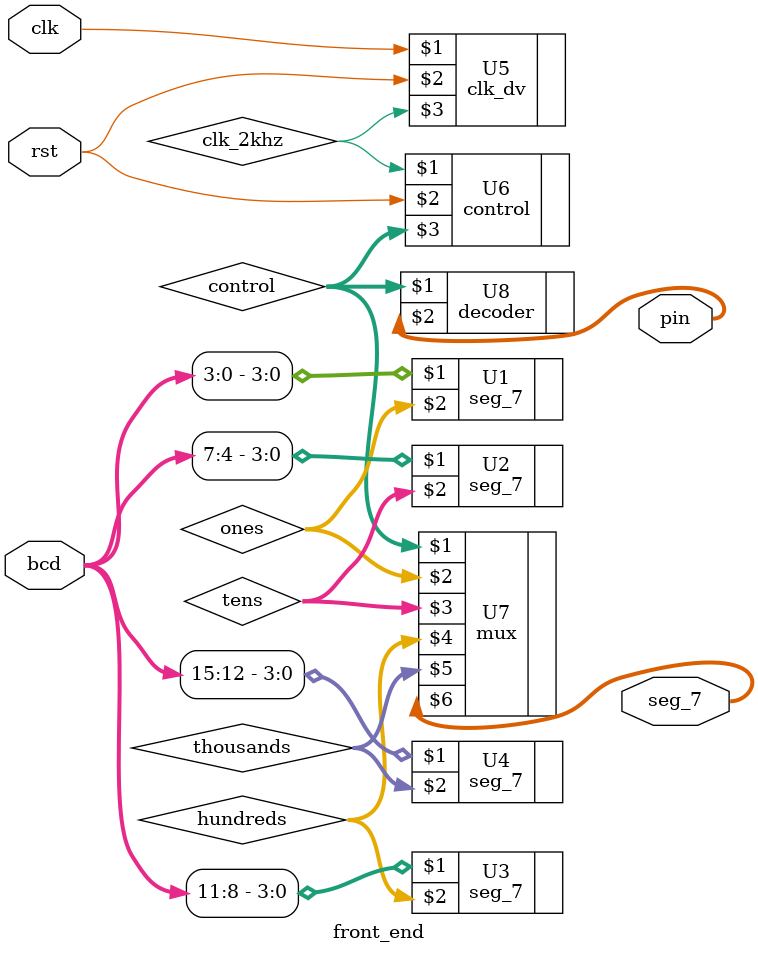
<source format=v>


module front_end(
	input [15:0]bcd,
	input clk,
	input rst,
	output [3:0]pin,
	output [6:0]seg_7
);

//-----------------------------------------------------------
// Signal Declarations: wire
//-----------------------------------------------------------
	wire [6:0] ones, tens, hundreds, thousands;
	wire [1:0] control;
	wire clk_2khz;
	

	seg_7 U1(bcd[3:0], ones);
	seg_7 U2(bcd[7:4], tens);
	seg_7 U3(bcd[11:8], hundreds);
	seg_7 U4(bcd[15:12], thousands);
	
	clk_dv U5(clk, rst, clk_2khz);
	
	control U6(clk_2khz, rst, control);
	
	mux U7(control, ones, tens, hundreds, thousands, seg_7);
	
	decoder U8(control, pin);
	


endmodule

</source>
